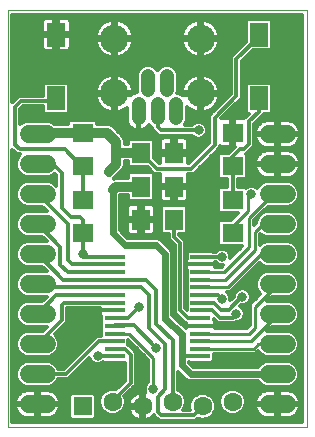
<source format=gtl>
G75*
%MOIN*%
%OFA0B0*%
%FSLAX24Y24*%
%IPPOS*%
%LPD*%
%AMOC8*
5,1,8,0,0,1.08239X$1,22.5*
%
%ADD10C,0.0000*%
%ADD11R,0.0650X0.0170*%
%ADD12R,0.0709X0.0630*%
%ADD13C,0.0476*%
%ADD14C,0.0945*%
%ADD15R,0.0630X0.0709*%
%ADD16R,0.0630X0.0630*%
%ADD17C,0.0630*%
%ADD18R,0.0630X0.0787*%
%ADD19C,0.0600*%
%ADD20C,0.0120*%
%ADD21C,0.0320*%
%ADD22C,0.0317*%
%ADD23C,0.0240*%
%ADD24C,0.0100*%
D10*
X000660Y000660D02*
X000660Y014530D01*
X010652Y014530D01*
X010652Y000660D01*
X000660Y000660D01*
D11*
X004230Y003000D03*
X004230Y003250D03*
X004230Y003510D03*
X004230Y003760D03*
X004230Y004020D03*
X004230Y004280D03*
X004230Y004530D03*
X004230Y004790D03*
X004230Y005040D03*
X004230Y005300D03*
X004230Y005560D03*
X004230Y005810D03*
X004230Y006070D03*
X004230Y006320D03*
X007090Y006320D03*
X007090Y006070D03*
X007090Y005810D03*
X007090Y005560D03*
X007090Y005300D03*
X007090Y005040D03*
X007090Y004790D03*
X007090Y004530D03*
X007090Y004280D03*
X007090Y004020D03*
X007090Y003760D03*
X007090Y003510D03*
X007090Y003250D03*
X007090Y003000D03*
D12*
X008160Y007109D03*
X008160Y008211D03*
X008160Y009359D03*
X008160Y010461D03*
X003160Y010461D03*
X003160Y009359D03*
X003160Y008211D03*
X003160Y007109D03*
D13*
X005030Y010934D02*
X005030Y011410D01*
X005345Y011882D02*
X005345Y012358D01*
X005975Y012358D02*
X005975Y011882D01*
X006290Y011410D02*
X006290Y010934D01*
X005660Y010934D02*
X005660Y011410D01*
D14*
X007097Y011764D03*
X007097Y013595D03*
X004223Y013595D03*
X004223Y011764D03*
D15*
X005109Y009785D03*
X005109Y008660D03*
X005109Y007560D03*
X006211Y007560D03*
X006211Y008660D03*
X006211Y009785D03*
D16*
X003160Y001330D03*
D17*
X004160Y001490D03*
X005160Y001330D03*
X006160Y001490D03*
X007160Y001330D03*
X008160Y001490D03*
D18*
X009035Y011597D03*
X009035Y013723D03*
X002285Y013723D03*
X002285Y011597D03*
D19*
X001960Y010410D02*
X001360Y010410D01*
X001360Y009410D02*
X001960Y009410D01*
X001960Y008410D02*
X001360Y008410D01*
X001360Y007410D02*
X001960Y007410D01*
X001960Y006410D02*
X001360Y006410D01*
X001360Y005410D02*
X001960Y005410D01*
X001960Y004410D02*
X001360Y004410D01*
X001360Y003410D02*
X001960Y003410D01*
X001960Y002410D02*
X001360Y002410D01*
X001360Y001410D02*
X001960Y001410D01*
X009360Y001410D02*
X009960Y001410D01*
X009960Y002410D02*
X009360Y002410D01*
X009360Y003410D02*
X009960Y003410D01*
X009960Y004410D02*
X009360Y004410D01*
X009360Y005410D02*
X009960Y005410D01*
X009960Y006410D02*
X009360Y006410D01*
X009360Y007410D02*
X009960Y007410D01*
X009960Y008410D02*
X009360Y008410D01*
X009360Y009410D02*
X009960Y009410D01*
X009960Y010410D02*
X009360Y010410D01*
D20*
X009620Y010377D02*
X008890Y010377D01*
X008901Y010370D02*
X008911Y010302D01*
X008934Y010233D01*
X008967Y010169D01*
X009009Y010110D01*
X009060Y010059D01*
X009119Y010017D01*
X009183Y009984D01*
X009252Y009961D01*
X009324Y009950D01*
X009620Y009950D01*
X009620Y010370D01*
X009700Y010370D01*
X009700Y010450D01*
X009620Y010450D01*
X009620Y010870D01*
X009324Y010870D01*
X009252Y010859D01*
X009183Y010836D01*
X009119Y010803D01*
X009060Y010761D01*
X009009Y010710D01*
X008967Y010651D01*
X008934Y010587D01*
X008911Y010518D01*
X008901Y010450D01*
X009620Y010450D01*
X009620Y010370D01*
X008901Y010370D01*
X008890Y010259D02*
X008926Y010259D01*
X008890Y010140D02*
X008988Y010140D01*
X008890Y010022D02*
X009112Y010022D01*
X009183Y009836D02*
X009119Y009803D01*
X009060Y009761D01*
X009009Y009710D01*
X008967Y009651D01*
X008934Y009587D01*
X008911Y009518D01*
X008901Y009450D01*
X009620Y009450D01*
X009620Y009870D01*
X009324Y009870D01*
X009252Y009859D01*
X009183Y009836D01*
X009093Y009785D02*
X008664Y009785D01*
X008619Y009739D02*
X008785Y009905D01*
X008890Y010010D01*
X008890Y010760D01*
X009110Y010980D01*
X009213Y011083D01*
X009400Y011083D01*
X009470Y011154D01*
X009470Y012040D01*
X009400Y012111D01*
X008670Y012111D01*
X008600Y012040D01*
X008600Y011154D01*
X008670Y011083D01*
X008704Y011083D01*
X008552Y010932D01*
X008535Y010936D01*
X008220Y010936D01*
X008220Y010521D01*
X008100Y010521D01*
X008100Y010936D01*
X007791Y010936D01*
X008360Y011505D01*
X008465Y011610D01*
X008465Y012835D01*
X008839Y013209D01*
X009400Y013209D01*
X009470Y013280D01*
X009470Y014166D01*
X009400Y014237D01*
X008670Y014237D01*
X008600Y014166D01*
X008600Y013480D01*
X008210Y013090D01*
X008105Y012985D01*
X008105Y011760D01*
X007380Y011035D01*
X007380Y010110D01*
X006710Y009440D01*
X006686Y009440D01*
X006686Y009725D01*
X006271Y009725D01*
X006271Y009845D01*
X006151Y009845D01*
X006151Y009725D01*
X005736Y009725D01*
X005736Y009440D01*
X005708Y009440D01*
X005544Y009605D01*
X005544Y010189D01*
X005473Y010259D01*
X004744Y010259D01*
X004674Y010189D01*
X004674Y010065D01*
X004565Y010065D01*
X004565Y010216D01*
X004522Y010319D01*
X004444Y010397D01*
X004142Y010699D01*
X004040Y010741D01*
X003634Y010741D01*
X003634Y010826D01*
X003564Y010896D01*
X002756Y010896D01*
X002686Y010826D01*
X002686Y010741D01*
X002223Y010741D01*
X002198Y010766D01*
X002044Y010830D01*
X001276Y010830D01*
X001122Y010766D01*
X001090Y010734D01*
X001090Y011235D01*
X001185Y011330D01*
X001850Y011330D01*
X001850Y011154D01*
X001920Y011083D01*
X002650Y011083D01*
X002720Y011154D01*
X002720Y012040D01*
X002650Y012111D01*
X001920Y012111D01*
X001850Y012040D01*
X001850Y011690D01*
X001035Y011690D01*
X000835Y011490D01*
X000820Y011475D01*
X000820Y014370D01*
X010492Y014370D01*
X010492Y000820D01*
X000820Y000820D01*
X000820Y009895D01*
X000880Y009835D01*
X000985Y009730D01*
X001086Y009730D01*
X001004Y009648D01*
X000940Y009494D01*
X000940Y009326D01*
X001004Y009172D01*
X001122Y009054D01*
X001276Y008990D01*
X002044Y008990D01*
X002198Y009054D01*
X002230Y009086D01*
X002280Y009035D01*
X002280Y008684D01*
X002198Y008766D01*
X002044Y008830D01*
X001276Y008830D01*
X001122Y008766D01*
X001004Y008648D01*
X000940Y008494D01*
X000940Y008326D01*
X001004Y008172D01*
X001122Y008054D01*
X001276Y007990D01*
X001825Y007990D01*
X001985Y007830D01*
X001276Y007830D01*
X001122Y007766D01*
X001004Y007648D01*
X000940Y007494D01*
X000940Y007326D01*
X001004Y007172D01*
X001122Y007054D01*
X001276Y006990D01*
X001825Y006990D01*
X001985Y006830D01*
X001276Y006830D01*
X001122Y006766D01*
X001004Y006648D01*
X000940Y006494D01*
X000940Y006326D01*
X001004Y006172D01*
X001122Y006054D01*
X001276Y005990D01*
X001825Y005990D01*
X001985Y005830D01*
X001276Y005830D01*
X001122Y005766D01*
X001004Y005648D01*
X000940Y005494D01*
X000940Y005326D01*
X001004Y005172D01*
X001122Y005054D01*
X001276Y004990D01*
X001985Y004990D01*
X001825Y004830D01*
X001276Y004830D01*
X001122Y004766D01*
X001004Y004648D01*
X000940Y004494D01*
X000940Y004326D01*
X001004Y004172D01*
X001122Y004054D01*
X001276Y003990D01*
X001985Y003990D01*
X001825Y003830D01*
X001276Y003830D01*
X001122Y003766D01*
X001004Y003648D01*
X000940Y003494D01*
X000940Y003326D01*
X001004Y003172D01*
X001122Y003054D01*
X001276Y002990D01*
X002044Y002990D01*
X002198Y003054D01*
X002316Y003172D01*
X002380Y003326D01*
X002380Y003494D01*
X002316Y003648D01*
X002234Y003730D01*
X002640Y004135D01*
X002640Y004610D01*
X003745Y004610D01*
X003745Y004530D01*
X004230Y004530D01*
X004230Y004530D01*
X003745Y004530D01*
X003745Y004424D01*
X003756Y004383D01*
X003777Y004347D01*
X003785Y004339D01*
X003785Y003690D01*
X003635Y003690D01*
X002535Y002590D01*
X002340Y002590D01*
X002316Y002648D01*
X002198Y002766D01*
X002044Y002830D01*
X001276Y002830D01*
X001122Y002766D01*
X001004Y002648D01*
X000940Y002494D01*
X000940Y002326D01*
X001004Y002172D01*
X001122Y002054D01*
X001276Y001990D01*
X002044Y001990D01*
X002198Y002054D01*
X002316Y002172D01*
X002340Y002230D01*
X002685Y002230D01*
X002790Y002335D01*
X003390Y002935D01*
X003424Y002852D01*
X003502Y002774D01*
X003605Y002732D01*
X003715Y002732D01*
X003818Y002774D01*
X003847Y002803D01*
X003855Y002795D01*
X004580Y002795D01*
X004580Y002195D01*
X004292Y001906D01*
X004247Y001925D01*
X004073Y001925D01*
X003914Y001859D01*
X003791Y001736D01*
X003725Y001577D01*
X003725Y001403D01*
X003791Y001244D01*
X003914Y001121D01*
X004073Y001055D01*
X004247Y001055D01*
X004406Y001121D01*
X004529Y001244D01*
X004595Y001403D01*
X004595Y001577D01*
X004559Y001664D01*
X004835Y001940D01*
X004940Y002045D01*
X004940Y003135D01*
X004740Y003335D01*
X004675Y003400D01*
X004675Y003555D01*
X005340Y002890D01*
X005340Y002134D01*
X005274Y002068D01*
X005232Y001965D01*
X005232Y001855D01*
X005256Y001796D01*
X005205Y001804D01*
X005205Y001375D01*
X005115Y001375D01*
X005115Y001804D01*
X005049Y001793D01*
X004978Y001770D01*
X004911Y001736D01*
X004851Y001692D01*
X004798Y001639D01*
X004754Y001579D01*
X004720Y001512D01*
X004697Y001441D01*
X004686Y001375D01*
X005115Y001375D01*
X005115Y001285D01*
X005205Y001285D01*
X005205Y000856D01*
X005271Y000867D01*
X005342Y000890D01*
X005409Y000924D01*
X005469Y000968D01*
X005522Y001021D01*
X005532Y001034D01*
X005585Y000980D01*
X005605Y000960D01*
X005710Y000855D01*
X006940Y000855D01*
X007007Y000923D01*
X007073Y000895D01*
X007247Y000895D01*
X007406Y000961D01*
X007529Y001084D01*
X007595Y001243D01*
X007595Y001417D01*
X007529Y001576D01*
X007406Y001699D01*
X007247Y001765D01*
X007073Y001765D01*
X006914Y001699D01*
X006791Y001576D01*
X006725Y001417D01*
X006725Y001243D01*
X006737Y001215D01*
X006500Y001215D01*
X006529Y001244D01*
X006595Y001403D01*
X006595Y001577D01*
X006529Y001736D01*
X006406Y001859D01*
X006340Y001886D01*
X006340Y002491D01*
X006624Y002207D01*
X006712Y002170D01*
X009006Y002170D01*
X009122Y002054D01*
X009276Y001990D01*
X010044Y001990D01*
X010198Y002054D01*
X010316Y002172D01*
X010380Y002326D01*
X010380Y002494D01*
X010316Y002648D01*
X010198Y002766D01*
X010044Y002830D01*
X009276Y002830D01*
X009122Y002766D01*
X009006Y002650D01*
X006859Y002650D01*
X006700Y002809D01*
X006700Y002810D01*
X006715Y002795D01*
X007465Y002795D01*
X007535Y002865D01*
X007535Y003090D01*
X008930Y003090D01*
X009008Y003168D01*
X009122Y003054D01*
X009276Y002990D01*
X010044Y002990D01*
X010198Y003054D01*
X010316Y003172D01*
X010380Y003326D01*
X010380Y003494D01*
X010316Y003648D01*
X010198Y003766D01*
X010044Y003830D01*
X009320Y003830D01*
X009480Y003990D01*
X010044Y003990D01*
X010198Y004054D01*
X010316Y004172D01*
X010380Y004326D01*
X010380Y004494D01*
X010316Y004648D01*
X010198Y004766D01*
X010044Y004830D01*
X009320Y004830D01*
X009480Y004990D01*
X010044Y004990D01*
X010198Y005054D01*
X010316Y005172D01*
X010380Y005326D01*
X010380Y005494D01*
X010316Y005648D01*
X010198Y005766D01*
X010044Y005830D01*
X009276Y005830D01*
X009122Y005766D01*
X009004Y005648D01*
X008940Y005494D01*
X008940Y005326D01*
X009004Y005172D01*
X009093Y005083D01*
X008840Y004830D01*
X008740Y004730D01*
X008740Y004030D01*
X008640Y003930D01*
X007575Y003930D01*
X007575Y004020D01*
X007575Y004126D01*
X007564Y004167D01*
X007543Y004203D01*
X007535Y004211D01*
X007535Y004230D01*
X007555Y004210D01*
X007660Y004105D01*
X008235Y004105D01*
X008261Y004132D01*
X008340Y004132D01*
X008443Y004174D01*
X008521Y004252D01*
X008563Y004355D01*
X008563Y004465D01*
X008521Y004568D01*
X008443Y004646D01*
X008395Y004666D01*
X008436Y004707D01*
X008540Y004707D01*
X008643Y004749D01*
X008721Y004827D01*
X008763Y004930D01*
X008763Y005040D01*
X008721Y005143D01*
X008643Y005221D01*
X008540Y005263D01*
X008430Y005263D01*
X008327Y005221D01*
X008249Y005143D01*
X008207Y005040D01*
X008207Y004986D01*
X008088Y004868D01*
X008088Y004965D01*
X008046Y005068D01*
X007974Y005140D01*
X008080Y005140D01*
X009058Y006118D01*
X009122Y006054D01*
X009276Y005990D01*
X010044Y005990D01*
X010198Y006054D01*
X010316Y006172D01*
X010380Y006326D01*
X010380Y006494D01*
X010316Y006648D01*
X010198Y006766D01*
X010044Y006830D01*
X009276Y006830D01*
X009122Y006766D01*
X009080Y006724D01*
X009080Y007090D01*
X009083Y007093D01*
X009122Y007054D01*
X009276Y006990D01*
X010044Y006990D01*
X010198Y007054D01*
X010316Y007172D01*
X010380Y007326D01*
X010380Y007494D01*
X010316Y007648D01*
X010198Y007766D01*
X010044Y007830D01*
X009276Y007830D01*
X009122Y007766D01*
X009004Y007648D01*
X008940Y007494D01*
X008940Y007430D01*
X008880Y007370D01*
X008880Y007540D01*
X009330Y007990D01*
X010044Y007990D01*
X010198Y008054D01*
X010316Y008172D01*
X010380Y008326D01*
X010380Y008494D01*
X010316Y008648D01*
X010198Y008766D01*
X010044Y008830D01*
X009276Y008830D01*
X009122Y008766D01*
X009004Y008648D01*
X008985Y008603D01*
X008943Y008646D01*
X008840Y008688D01*
X008730Y008688D01*
X008627Y008646D01*
X008596Y008614D01*
X008564Y008646D01*
X008340Y008646D01*
X008340Y008924D01*
X008564Y008924D01*
X008634Y008994D01*
X008634Y009723D01*
X008619Y009739D01*
X008634Y009666D02*
X008977Y009666D01*
X008921Y009548D02*
X008634Y009548D01*
X008634Y009429D02*
X009620Y009429D01*
X009620Y009450D02*
X009620Y009370D01*
X009700Y009370D01*
X009700Y009450D01*
X009620Y009450D01*
X009700Y009450D02*
X009700Y009870D01*
X009996Y009870D01*
X010068Y009859D01*
X010137Y009836D01*
X010201Y009803D01*
X010260Y009761D01*
X010311Y009710D01*
X010353Y009651D01*
X010386Y009587D01*
X010409Y009518D01*
X010419Y009450D01*
X009700Y009450D01*
X009700Y009429D02*
X010492Y009429D01*
X010419Y009370D02*
X009700Y009370D01*
X009700Y008950D01*
X009996Y008950D01*
X010068Y008961D01*
X010137Y008984D01*
X010201Y009017D01*
X010260Y009059D01*
X010311Y009110D01*
X010353Y009169D01*
X010386Y009233D01*
X010409Y009302D01*
X010419Y009370D01*
X010410Y009311D02*
X010492Y009311D01*
X010492Y009192D02*
X010365Y009192D01*
X010274Y009074D02*
X010492Y009074D01*
X010492Y008955D02*
X010028Y008955D01*
X010246Y008718D02*
X010492Y008718D01*
X010492Y008600D02*
X010336Y008600D01*
X010380Y008481D02*
X010492Y008481D01*
X010492Y008363D02*
X010380Y008363D01*
X010346Y008244D02*
X010492Y008244D01*
X010492Y008126D02*
X010269Y008126D01*
X010085Y008007D02*
X010492Y008007D01*
X010492Y007889D02*
X009229Y007889D01*
X009132Y007770D02*
X009110Y007770D01*
X009008Y007652D02*
X008992Y007652D01*
X008956Y007533D02*
X008880Y007533D01*
X008880Y007415D02*
X008924Y007415D01*
X009080Y007059D02*
X009117Y007059D01*
X009080Y006941D02*
X010492Y006941D01*
X010492Y007059D02*
X010203Y007059D01*
X010318Y007178D02*
X010492Y007178D01*
X010492Y007296D02*
X010367Y007296D01*
X010380Y007415D02*
X010492Y007415D01*
X010492Y007533D02*
X010364Y007533D01*
X010312Y007652D02*
X010492Y007652D01*
X010492Y007770D02*
X010188Y007770D01*
X010063Y006822D02*
X010492Y006822D01*
X010492Y006704D02*
X010260Y006704D01*
X010342Y006585D02*
X010492Y006585D01*
X010492Y006467D02*
X010380Y006467D01*
X010380Y006348D02*
X010492Y006348D01*
X010492Y006230D02*
X010340Y006230D01*
X010255Y006111D02*
X010492Y006111D01*
X010492Y005993D02*
X010050Y005993D01*
X010208Y005756D02*
X010492Y005756D01*
X010492Y005874D02*
X008814Y005874D01*
X008696Y005756D02*
X009112Y005756D01*
X008999Y005637D02*
X008577Y005637D01*
X008459Y005519D02*
X008950Y005519D01*
X008940Y005400D02*
X008340Y005400D01*
X008222Y005282D02*
X008959Y005282D01*
X009013Y005163D02*
X008701Y005163D01*
X008762Y005045D02*
X009054Y005045D01*
X008936Y004926D02*
X008762Y004926D01*
X008817Y004808D02*
X008701Y004808D01*
X008740Y004689D02*
X008419Y004689D01*
X008518Y004571D02*
X008740Y004571D01*
X008740Y004452D02*
X008563Y004452D01*
X008555Y004334D02*
X008740Y004334D01*
X008740Y004215D02*
X008484Y004215D01*
X008285Y004410D02*
X008160Y004285D01*
X007735Y004285D01*
X007485Y004535D01*
X007095Y004535D01*
X007090Y004530D01*
X007085Y004285D02*
X007090Y004280D01*
X007085Y004285D02*
X006660Y004285D01*
X006410Y004535D01*
X006410Y006785D01*
X006211Y006984D01*
X006211Y007560D01*
X005776Y007533D02*
X005169Y007533D01*
X005169Y007500D02*
X005169Y007620D01*
X005584Y007620D01*
X005584Y007935D01*
X005573Y007976D01*
X005552Y008013D01*
X005522Y008042D01*
X005486Y008063D01*
X005445Y008074D01*
X005169Y008074D01*
X005169Y007620D01*
X005049Y007620D01*
X005049Y008074D01*
X004773Y008074D01*
X004732Y008063D01*
X004696Y008042D01*
X004666Y008013D01*
X004645Y007976D01*
X004634Y007935D01*
X004634Y007620D01*
X005049Y007620D01*
X005049Y007500D01*
X005169Y007500D01*
X005584Y007500D01*
X005584Y007185D01*
X005573Y007144D01*
X005552Y007107D01*
X005522Y007078D01*
X005486Y007057D01*
X005445Y007046D01*
X005169Y007046D01*
X005169Y007500D01*
X005169Y007415D02*
X005049Y007415D01*
X005049Y007500D02*
X005049Y007046D01*
X004773Y007046D01*
X004732Y007057D01*
X004696Y007078D01*
X004666Y007107D01*
X004645Y007144D01*
X004634Y007185D01*
X004634Y007500D01*
X005049Y007500D01*
X005049Y007533D02*
X004400Y007533D01*
X004400Y007415D02*
X004634Y007415D01*
X004634Y007296D02*
X004400Y007296D01*
X004400Y007209D02*
X004400Y008379D01*
X004401Y008380D01*
X004674Y008380D01*
X004674Y008256D01*
X004744Y008186D01*
X005473Y008186D01*
X005544Y008256D01*
X005544Y009064D01*
X005473Y009134D01*
X004744Y009134D01*
X004674Y009064D01*
X004674Y008940D01*
X004229Y008940D01*
X004198Y008927D01*
X004522Y009251D01*
X004565Y009354D01*
X004565Y009505D01*
X004674Y009505D01*
X004674Y009381D01*
X004744Y009311D01*
X005329Y009311D01*
X005454Y009185D01*
X005559Y009080D01*
X005749Y009080D01*
X005747Y009076D01*
X005736Y009035D01*
X005736Y008720D01*
X006151Y008720D01*
X006151Y008600D01*
X005736Y008600D01*
X005736Y008285D01*
X005747Y008244D01*
X005532Y008244D01*
X005544Y008363D02*
X005736Y008363D01*
X005736Y008481D02*
X005544Y008481D01*
X005544Y008600D02*
X005736Y008600D01*
X005736Y008837D02*
X005544Y008837D01*
X005544Y008955D02*
X005736Y008955D01*
X005746Y009074D02*
X005534Y009074D01*
X005447Y009192D02*
X004463Y009192D01*
X004547Y009311D02*
X005329Y009311D01*
X005634Y009260D02*
X006785Y009260D01*
X007560Y010035D01*
X007560Y010960D01*
X008285Y011685D01*
X008285Y012910D01*
X009035Y013660D01*
X009035Y013723D01*
X009470Y013695D02*
X010492Y013695D01*
X010492Y013577D02*
X009470Y013577D01*
X009470Y013458D02*
X010492Y013458D01*
X010492Y013340D02*
X009470Y013340D01*
X009411Y013221D02*
X010492Y013221D01*
X010492Y013103D02*
X008732Y013103D01*
X008614Y012984D02*
X010492Y012984D01*
X010492Y012866D02*
X008495Y012866D01*
X008465Y012747D02*
X010492Y012747D01*
X010492Y012629D02*
X008465Y012629D01*
X008465Y012510D02*
X010492Y012510D01*
X010492Y012392D02*
X008465Y012392D01*
X008465Y012273D02*
X010492Y012273D01*
X010492Y012155D02*
X008465Y012155D01*
X008465Y012036D02*
X008600Y012036D01*
X008600Y011918D02*
X008465Y011918D01*
X008465Y011799D02*
X008600Y011799D01*
X008600Y011681D02*
X008465Y011681D01*
X008417Y011562D02*
X008600Y011562D01*
X008600Y011444D02*
X008298Y011444D01*
X008180Y011325D02*
X008600Y011325D01*
X008600Y011207D02*
X008061Y011207D01*
X007943Y011088D02*
X008666Y011088D01*
X008590Y010970D02*
X007824Y010970D01*
X008100Y010851D02*
X008220Y010851D01*
X008220Y010733D02*
X008100Y010733D01*
X008100Y010614D02*
X008220Y010614D01*
X008220Y010401D02*
X008100Y010401D01*
X008100Y009986D01*
X007785Y009986D01*
X007744Y009997D01*
X007740Y009999D01*
X007740Y009960D01*
X007635Y009855D01*
X006860Y009080D01*
X006673Y009080D01*
X006675Y009076D01*
X006686Y009035D01*
X006686Y008720D01*
X006271Y008720D01*
X006271Y008600D01*
X006271Y008146D01*
X006547Y008146D01*
X006588Y008157D01*
X006624Y008178D01*
X006654Y008207D01*
X006675Y008244D01*
X006686Y008285D01*
X006686Y008600D01*
X006271Y008600D01*
X006151Y008600D01*
X006151Y008146D01*
X005875Y008146D01*
X005834Y008157D01*
X005798Y008178D01*
X005768Y008207D01*
X005747Y008244D01*
X005847Y008034D02*
X005776Y007964D01*
X005776Y007156D01*
X005847Y007086D01*
X006031Y007086D01*
X006031Y006909D01*
X006230Y006710D01*
X006230Y004460D01*
X006335Y004355D01*
X006585Y004105D01*
X006605Y004105D01*
X006605Y004020D01*
X007090Y004020D01*
X007575Y004020D01*
X007090Y004020D01*
X007090Y004020D01*
X007090Y004020D01*
X006605Y004020D01*
X006605Y003954D01*
X006596Y003963D01*
X006590Y003966D01*
X006150Y004366D01*
X006150Y006458D01*
X006113Y006546D01*
X005813Y006846D01*
X005746Y006913D01*
X005658Y006950D01*
X004659Y006950D01*
X004400Y007209D01*
X004432Y007178D02*
X004636Y007178D01*
X004550Y007059D02*
X004728Y007059D01*
X005049Y007059D02*
X005169Y007059D01*
X005169Y007178D02*
X005049Y007178D01*
X005049Y007296D02*
X005169Y007296D01*
X005169Y007652D02*
X005049Y007652D01*
X005049Y007770D02*
X005169Y007770D01*
X005169Y007889D02*
X005049Y007889D01*
X005049Y008007D02*
X005169Y008007D01*
X005555Y008007D02*
X005819Y008007D01*
X005847Y008034D02*
X006576Y008034D01*
X006646Y007964D01*
X006646Y007156D01*
X006576Y007086D01*
X006391Y007086D01*
X006391Y007058D01*
X006590Y006860D01*
X006590Y004610D01*
X006645Y004555D01*
X006645Y005879D01*
X006637Y005887D01*
X006616Y005923D01*
X006605Y005964D01*
X006605Y006070D01*
X007090Y006070D01*
X007575Y006070D01*
X007575Y006130D01*
X007596Y006130D01*
X007652Y006074D01*
X007755Y006032D01*
X007841Y006032D01*
X007790Y005980D01*
X007575Y005980D01*
X007575Y006070D01*
X007090Y006070D01*
X007090Y006070D01*
X007090Y006070D01*
X006605Y006070D01*
X006605Y006176D01*
X006616Y006217D01*
X006637Y006253D01*
X006645Y006261D01*
X006645Y006455D01*
X006715Y006525D01*
X007465Y006525D01*
X007500Y006490D01*
X007596Y006490D01*
X007652Y006546D01*
X007755Y006588D01*
X007865Y006588D01*
X007968Y006546D01*
X008046Y006468D01*
X008088Y006365D01*
X008088Y006279D01*
X008483Y006674D01*
X007756Y006674D01*
X007686Y006744D01*
X007686Y007473D01*
X007756Y007544D01*
X008103Y007544D01*
X008336Y007776D01*
X007756Y007776D01*
X007686Y007847D01*
X007686Y008576D01*
X007756Y008646D01*
X007980Y008646D01*
X007980Y008924D01*
X007756Y008924D01*
X007686Y008994D01*
X007686Y009723D01*
X007756Y009794D01*
X008039Y009794D01*
X008230Y009985D01*
X008232Y009986D01*
X008220Y009986D01*
X008220Y010401D01*
X008220Y010377D02*
X008100Y010377D01*
X008100Y010259D02*
X008220Y010259D01*
X008220Y010140D02*
X008100Y010140D01*
X008100Y010022D02*
X008220Y010022D01*
X008148Y009903D02*
X007683Y009903D01*
X007747Y009785D02*
X007564Y009785D01*
X007446Y009666D02*
X007686Y009666D01*
X007686Y009548D02*
X007327Y009548D01*
X007209Y009429D02*
X007686Y009429D01*
X007686Y009311D02*
X007090Y009311D01*
X006972Y009192D02*
X007686Y009192D01*
X007686Y009074D02*
X006676Y009074D01*
X006686Y008955D02*
X007725Y008955D01*
X007980Y008837D02*
X006686Y008837D01*
X006686Y008600D02*
X007709Y008600D01*
X007686Y008481D02*
X006686Y008481D01*
X006686Y008363D02*
X007686Y008363D01*
X007686Y008244D02*
X006675Y008244D01*
X006603Y008007D02*
X007686Y008007D01*
X007686Y007889D02*
X006646Y007889D01*
X006646Y007770D02*
X008330Y007770D01*
X008211Y007652D02*
X006646Y007652D01*
X006646Y007533D02*
X007745Y007533D01*
X007686Y007415D02*
X006646Y007415D01*
X006646Y007296D02*
X007686Y007296D01*
X007686Y007178D02*
X006646Y007178D01*
X006509Y006941D02*
X007686Y006941D01*
X007686Y007059D02*
X006391Y007059D01*
X006590Y006822D02*
X007686Y006822D01*
X007726Y006704D02*
X006590Y006704D01*
X006590Y006585D02*
X007746Y006585D01*
X007874Y006585D02*
X008395Y006585D01*
X008276Y006467D02*
X008047Y006467D01*
X008088Y006348D02*
X008158Y006348D01*
X007810Y006310D02*
X007100Y006310D01*
X007090Y006320D01*
X006645Y006348D02*
X006590Y006348D01*
X006590Y006230D02*
X006623Y006230D01*
X006605Y006111D02*
X006590Y006111D01*
X006590Y005993D02*
X006605Y005993D01*
X006590Y005874D02*
X006645Y005874D01*
X006645Y005756D02*
X006590Y005756D01*
X006590Y005637D02*
X006645Y005637D01*
X006645Y005519D02*
X006590Y005519D01*
X006590Y005400D02*
X006645Y005400D01*
X006645Y005282D02*
X006590Y005282D01*
X006590Y005163D02*
X006645Y005163D01*
X006645Y005045D02*
X006590Y005045D01*
X006590Y004926D02*
X006645Y004926D01*
X006645Y004808D02*
X006590Y004808D01*
X006590Y004689D02*
X006645Y004689D01*
X006645Y004571D02*
X006629Y004571D01*
X006357Y004334D02*
X006186Y004334D01*
X006150Y004452D02*
X006238Y004452D01*
X006230Y004571D02*
X006150Y004571D01*
X006150Y004689D02*
X006230Y004689D01*
X006230Y004808D02*
X006150Y004808D01*
X006150Y004926D02*
X006230Y004926D01*
X006230Y005045D02*
X006150Y005045D01*
X006150Y005163D02*
X006230Y005163D01*
X006230Y005282D02*
X006150Y005282D01*
X006150Y005400D02*
X006230Y005400D01*
X006230Y005519D02*
X006150Y005519D01*
X006150Y005637D02*
X006230Y005637D01*
X006230Y005756D02*
X006150Y005756D01*
X006150Y005874D02*
X006230Y005874D01*
X006230Y005993D02*
X006150Y005993D01*
X006150Y006111D02*
X006230Y006111D01*
X006230Y006230D02*
X006150Y006230D01*
X006150Y006348D02*
X006230Y006348D01*
X006230Y006467D02*
X006146Y006467D01*
X006074Y006585D02*
X006230Y006585D01*
X006230Y006704D02*
X005956Y006704D01*
X005837Y006822D02*
X006118Y006822D01*
X006031Y006941D02*
X005681Y006941D01*
X005776Y007178D02*
X005582Y007178D01*
X005584Y007296D02*
X005776Y007296D01*
X005776Y007415D02*
X005584Y007415D01*
X005584Y007652D02*
X005776Y007652D01*
X005776Y007770D02*
X005584Y007770D01*
X005584Y007889D02*
X005776Y007889D01*
X006151Y008244D02*
X006271Y008244D01*
X006271Y008363D02*
X006151Y008363D01*
X006151Y008481D02*
X006271Y008481D01*
X006271Y008600D02*
X006151Y008600D01*
X006151Y008718D02*
X005544Y008718D01*
X005634Y009260D02*
X005109Y009785D01*
X005544Y009785D02*
X006151Y009785D01*
X006151Y009845D02*
X005736Y009845D01*
X005736Y010160D01*
X005747Y010201D01*
X005768Y010238D01*
X005798Y010267D01*
X005834Y010288D01*
X005875Y010299D01*
X006151Y010299D01*
X006151Y009845D01*
X006151Y009903D02*
X006271Y009903D01*
X006271Y009845D02*
X006271Y010299D01*
X006547Y010299D01*
X006588Y010288D01*
X006624Y010267D01*
X006654Y010238D01*
X006675Y010201D01*
X006686Y010160D01*
X006686Y009845D01*
X006271Y009845D01*
X006271Y009785D02*
X007055Y009785D01*
X007173Y009903D02*
X006686Y009903D01*
X006686Y010022D02*
X007292Y010022D01*
X007380Y010140D02*
X006686Y010140D01*
X006633Y010259D02*
X006975Y010259D01*
X006980Y010257D02*
X007090Y010257D01*
X007193Y010299D01*
X007271Y010377D01*
X007380Y010377D01*
X007271Y010377D02*
X007313Y010480D01*
X007313Y010590D01*
X007271Y010693D01*
X007193Y010771D01*
X007090Y010813D01*
X006980Y010813D01*
X006877Y010771D01*
X006821Y010715D01*
X006577Y010715D01*
X006593Y010732D01*
X006648Y010863D01*
X006648Y011319D01*
X006685Y011282D01*
X006766Y011223D01*
X006854Y011178D01*
X006949Y011147D01*
X007037Y011134D01*
X007037Y011704D01*
X007157Y011704D01*
X007157Y011134D01*
X007245Y011147D01*
X007340Y011178D01*
X007428Y011223D01*
X007509Y011282D01*
X007579Y011352D01*
X007638Y011433D01*
X007683Y011522D01*
X007714Y011616D01*
X007728Y011704D01*
X007157Y011704D01*
X007157Y011824D01*
X007728Y011824D01*
X007714Y011912D01*
X007683Y012007D01*
X007638Y012096D01*
X007579Y012176D01*
X007509Y012247D01*
X007428Y012305D01*
X007340Y012350D01*
X007245Y012381D01*
X007157Y012395D01*
X007157Y011824D01*
X007037Y011824D01*
X007037Y011704D01*
X006502Y011704D01*
X006493Y011713D01*
X006361Y011768D01*
X006315Y011768D01*
X006333Y011811D01*
X006333Y012429D01*
X006278Y012561D01*
X006178Y012661D01*
X006046Y012716D01*
X005904Y012716D01*
X005772Y012661D01*
X005672Y012561D01*
X005660Y012533D01*
X005648Y012561D01*
X005548Y012661D01*
X005416Y012716D01*
X005274Y012716D01*
X005142Y012661D01*
X005042Y012561D01*
X004987Y012429D01*
X004987Y011811D01*
X004989Y011807D01*
X004914Y011793D01*
X004842Y011763D01*
X004776Y011719D01*
X004762Y011704D01*
X004283Y011704D01*
X004283Y011134D01*
X004371Y011147D01*
X004466Y011178D01*
X004554Y011223D01*
X004632Y011280D01*
X004632Y010895D01*
X004648Y010818D01*
X004678Y010746D01*
X004721Y010681D01*
X004776Y010625D01*
X004842Y010582D01*
X004914Y010552D01*
X004991Y010537D01*
X005021Y010537D01*
X005021Y011401D01*
X005039Y011401D01*
X005039Y010537D01*
X005069Y010537D01*
X005146Y010552D01*
X005219Y010582D01*
X005284Y010625D01*
X005339Y010681D01*
X005367Y010722D01*
X005457Y010631D01*
X005480Y010622D01*
X005480Y010585D01*
X005605Y010460D01*
X005710Y010355D01*
X006821Y010355D01*
X006877Y010299D01*
X006980Y010257D01*
X007095Y010259D02*
X007380Y010259D01*
X007380Y010496D02*
X007313Y010496D01*
X007304Y010614D02*
X007380Y010614D01*
X007380Y010733D02*
X007231Y010733D01*
X007380Y010851D02*
X006643Y010851D01*
X006648Y010970D02*
X007380Y010970D01*
X007433Y011088D02*
X006648Y011088D01*
X006648Y011207D02*
X006799Y011207D01*
X007037Y011207D02*
X007157Y011207D01*
X007157Y011325D02*
X007037Y011325D01*
X007037Y011444D02*
X007157Y011444D01*
X007157Y011562D02*
X007037Y011562D01*
X007037Y011681D02*
X007157Y011681D01*
X007157Y011799D02*
X008105Y011799D01*
X008105Y011918D02*
X007712Y011918D01*
X007668Y012036D02*
X008105Y012036D01*
X008105Y012155D02*
X007595Y012155D01*
X007473Y012273D02*
X008105Y012273D01*
X008105Y012392D02*
X007180Y012392D01*
X007157Y012392D02*
X007037Y012392D01*
X007037Y012395D02*
X006949Y012381D01*
X006854Y012350D01*
X006766Y012305D01*
X006685Y012247D01*
X006615Y012176D01*
X006556Y012096D01*
X006511Y012007D01*
X006480Y011912D01*
X006466Y011824D01*
X007037Y011824D01*
X007037Y012395D01*
X007014Y012392D02*
X006333Y012392D01*
X006333Y012273D02*
X006721Y012273D01*
X006599Y012155D02*
X006333Y012155D01*
X006333Y012036D02*
X006526Y012036D01*
X006482Y011918D02*
X006333Y011918D01*
X006328Y011799D02*
X007037Y011799D01*
X007037Y011918D02*
X007157Y011918D01*
X007157Y012036D02*
X007037Y012036D01*
X007037Y012155D02*
X007157Y012155D01*
X007157Y012273D02*
X007037Y012273D01*
X007037Y012964D02*
X006949Y012978D01*
X006854Y013009D01*
X006766Y013054D01*
X006685Y013113D01*
X006615Y013183D01*
X006556Y013264D01*
X006511Y013352D01*
X006480Y013447D01*
X006466Y013535D01*
X007037Y013535D01*
X007157Y013535D01*
X007157Y012964D01*
X007245Y012978D01*
X007340Y013009D01*
X007428Y013054D01*
X007509Y013113D01*
X007579Y013183D01*
X007638Y013264D01*
X007683Y013352D01*
X007714Y013447D01*
X007728Y013535D01*
X007157Y013535D01*
X007157Y013655D01*
X007728Y013655D01*
X007714Y013743D01*
X007683Y013838D01*
X007638Y013927D01*
X007579Y014007D01*
X007509Y014077D01*
X007428Y014136D01*
X007340Y014181D01*
X007245Y014212D01*
X007157Y014226D01*
X007157Y013655D01*
X007037Y013655D01*
X007037Y013535D01*
X007037Y012964D01*
X007037Y012984D02*
X007157Y012984D01*
X007263Y012984D02*
X008105Y012984D01*
X008105Y012866D02*
X000820Y012866D01*
X000820Y012984D02*
X004057Y012984D01*
X004075Y012978D02*
X004163Y012964D01*
X004163Y013535D01*
X004283Y013535D01*
X004283Y012964D01*
X004371Y012978D01*
X004466Y013009D01*
X004554Y013054D01*
X004635Y013113D01*
X004705Y013183D01*
X004764Y013264D01*
X004809Y013352D01*
X004840Y013447D01*
X004854Y013535D01*
X004283Y013535D01*
X004283Y013655D01*
X004854Y013655D01*
X004840Y013743D01*
X004809Y013838D01*
X004764Y013927D01*
X004705Y014007D01*
X004635Y014077D01*
X004554Y014136D01*
X004466Y014181D01*
X004371Y014212D01*
X004283Y014226D01*
X004283Y013655D01*
X004163Y013655D01*
X004163Y013535D01*
X003592Y013535D01*
X003606Y013447D01*
X003637Y013352D01*
X003682Y013264D01*
X003741Y013183D01*
X003811Y013113D01*
X003892Y013054D01*
X003980Y013009D01*
X004075Y012978D01*
X004163Y012984D02*
X004283Y012984D01*
X004389Y012984D02*
X006931Y012984D01*
X007037Y013103D02*
X007157Y013103D01*
X007157Y013221D02*
X007037Y013221D01*
X007037Y013340D02*
X007157Y013340D01*
X007157Y013458D02*
X007037Y013458D01*
X007037Y013577D02*
X004283Y013577D01*
X004283Y013695D02*
X004163Y013695D01*
X004163Y013655D02*
X004163Y014226D01*
X004075Y014212D01*
X003980Y014181D01*
X003892Y014136D01*
X003811Y014077D01*
X003741Y014007D01*
X003682Y013927D01*
X003637Y013838D01*
X003606Y013743D01*
X003592Y013655D01*
X004163Y013655D01*
X004163Y013577D02*
X002760Y013577D01*
X002760Y013663D02*
X002760Y013308D01*
X002749Y013268D01*
X002728Y013231D01*
X002698Y013201D01*
X002662Y013180D01*
X002621Y013169D01*
X002345Y013169D01*
X002345Y013663D01*
X002345Y013783D01*
X002225Y013783D01*
X002225Y014277D01*
X001949Y014277D01*
X001908Y014266D01*
X001872Y014245D01*
X001842Y014215D01*
X001821Y014178D01*
X001810Y014138D01*
X001810Y013783D01*
X002225Y013783D01*
X002225Y013663D01*
X001810Y013663D01*
X001810Y013308D01*
X001821Y013268D01*
X001842Y013231D01*
X001872Y013201D01*
X001908Y013180D01*
X001949Y013169D01*
X002225Y013169D01*
X002225Y013663D01*
X002345Y013663D01*
X002760Y013663D01*
X002760Y013783D02*
X002760Y014138D01*
X002749Y014178D01*
X002728Y014215D01*
X002698Y014245D01*
X002662Y014266D01*
X002621Y014277D01*
X002345Y014277D01*
X002345Y013783D01*
X002760Y013783D01*
X002760Y013814D02*
X003629Y013814D01*
X003599Y013695D02*
X002345Y013695D01*
X002345Y013577D02*
X002225Y013577D01*
X002225Y013695D02*
X000820Y013695D01*
X000820Y013577D02*
X001810Y013577D01*
X001810Y013458D02*
X000820Y013458D01*
X000820Y013340D02*
X001810Y013340D01*
X001852Y013221D02*
X000820Y013221D01*
X000820Y013103D02*
X003825Y013103D01*
X003713Y013221D02*
X002718Y013221D01*
X002760Y013340D02*
X003643Y013340D01*
X003604Y013458D02*
X002760Y013458D01*
X002760Y013932D02*
X003686Y013932D01*
X003784Y014051D02*
X002760Y014051D01*
X002752Y014169D02*
X003956Y014169D01*
X004163Y014169D02*
X004283Y014169D01*
X004283Y014051D02*
X004163Y014051D01*
X004163Y013932D02*
X004283Y013932D01*
X004283Y013814D02*
X004163Y013814D01*
X004163Y013458D02*
X004283Y013458D01*
X004283Y013340D02*
X004163Y013340D01*
X004163Y013221D02*
X004283Y013221D01*
X004283Y013103D02*
X004163Y013103D01*
X004621Y013103D02*
X006699Y013103D01*
X006587Y013221D02*
X004733Y013221D01*
X004803Y013340D02*
X006517Y013340D01*
X006478Y013458D02*
X004842Y013458D01*
X004847Y013695D02*
X006473Y013695D01*
X006466Y013655D02*
X007037Y013655D01*
X007037Y014226D01*
X006949Y014212D01*
X006854Y014181D01*
X006766Y014136D01*
X006685Y014077D01*
X006615Y014007D01*
X006556Y013927D01*
X006511Y013838D01*
X006480Y013743D01*
X006466Y013655D01*
X006503Y013814D02*
X004817Y013814D01*
X004760Y013932D02*
X006560Y013932D01*
X006658Y014051D02*
X004662Y014051D01*
X004490Y014169D02*
X006830Y014169D01*
X007037Y014169D02*
X007157Y014169D01*
X007157Y014051D02*
X007037Y014051D01*
X007037Y013932D02*
X007157Y013932D01*
X007157Y013814D02*
X007037Y013814D01*
X007037Y013695D02*
X007157Y013695D01*
X007157Y013577D02*
X008600Y013577D01*
X008600Y013695D02*
X007721Y013695D01*
X007691Y013814D02*
X008600Y013814D01*
X008600Y013932D02*
X007634Y013932D01*
X007536Y014051D02*
X008600Y014051D01*
X008603Y014169D02*
X007364Y014169D01*
X007716Y013458D02*
X008578Y013458D01*
X008460Y013340D02*
X007677Y013340D01*
X007607Y013221D02*
X008341Y013221D01*
X008223Y013103D02*
X007495Y013103D01*
X008105Y012747D02*
X000820Y012747D01*
X000820Y012629D02*
X005110Y012629D01*
X005021Y012510D02*
X000820Y012510D01*
X000820Y012392D02*
X004140Y012392D01*
X004163Y012392D02*
X004283Y012392D01*
X004283Y012395D02*
X004283Y011824D01*
X004854Y011824D01*
X004840Y011912D01*
X004809Y012007D01*
X004764Y012096D01*
X004705Y012176D01*
X004635Y012247D01*
X004554Y012305D01*
X004466Y012350D01*
X004371Y012381D01*
X004283Y012395D01*
X004306Y012392D02*
X004987Y012392D01*
X004987Y012273D02*
X004599Y012273D01*
X004721Y012155D02*
X004987Y012155D01*
X004987Y012036D02*
X004794Y012036D01*
X004838Y011918D02*
X004987Y011918D01*
X004947Y011799D02*
X004283Y011799D01*
X004283Y011824D02*
X004283Y011704D01*
X004163Y011704D01*
X004163Y011134D01*
X004075Y011147D01*
X003980Y011178D01*
X003892Y011223D01*
X003811Y011282D01*
X003741Y011352D01*
X003682Y011433D01*
X003637Y011522D01*
X003606Y011616D01*
X003592Y011704D01*
X004163Y011704D01*
X004163Y011824D01*
X003592Y011824D01*
X003606Y011912D01*
X003637Y012007D01*
X003682Y012096D01*
X003741Y012176D01*
X003811Y012247D01*
X003892Y012305D01*
X003980Y012350D01*
X004075Y012381D01*
X004163Y012395D01*
X004163Y011824D01*
X004283Y011824D01*
X004283Y011918D02*
X004163Y011918D01*
X004163Y012036D02*
X004283Y012036D01*
X004283Y012155D02*
X004163Y012155D01*
X004163Y012273D02*
X004283Y012273D01*
X004163Y011799D02*
X002720Y011799D01*
X002720Y011681D02*
X003596Y011681D01*
X003624Y011562D02*
X002720Y011562D01*
X002720Y011444D02*
X003677Y011444D01*
X003768Y011325D02*
X002720Y011325D01*
X002720Y011207D02*
X003925Y011207D01*
X004163Y011207D02*
X004283Y011207D01*
X004283Y011325D02*
X004163Y011325D01*
X004163Y011444D02*
X004283Y011444D01*
X004283Y011562D02*
X004163Y011562D01*
X004163Y011681D02*
X004283Y011681D01*
X004521Y011207D02*
X004632Y011207D01*
X004632Y011088D02*
X002654Y011088D01*
X002711Y010851D02*
X001090Y010851D01*
X001090Y010970D02*
X004632Y010970D01*
X004641Y010851D02*
X003609Y010851D01*
X004060Y010733D02*
X004687Y010733D01*
X004794Y010614D02*
X004227Y010614D01*
X004345Y010496D02*
X005570Y010496D01*
X005480Y010614D02*
X005267Y010614D01*
X005039Y010614D02*
X005021Y010614D01*
X005021Y010733D02*
X005039Y010733D01*
X005039Y010851D02*
X005021Y010851D01*
X005021Y010970D02*
X005039Y010970D01*
X005039Y011088D02*
X005021Y011088D01*
X005021Y011207D02*
X005039Y011207D01*
X005039Y011325D02*
X005021Y011325D01*
X005660Y011410D02*
X005660Y010660D01*
X005785Y010535D01*
X007035Y010535D01*
X006839Y010733D02*
X006594Y010733D01*
X006271Y010259D02*
X006151Y010259D01*
X006151Y010140D02*
X006271Y010140D01*
X006271Y010022D02*
X006151Y010022D01*
X005789Y010259D02*
X005474Y010259D01*
X005544Y010140D02*
X005736Y010140D01*
X005736Y010022D02*
X005544Y010022D01*
X005544Y009903D02*
X005736Y009903D01*
X005736Y009666D02*
X005544Y009666D01*
X005601Y009548D02*
X005736Y009548D01*
X005688Y010377D02*
X004464Y010377D01*
X004547Y010259D02*
X004743Y010259D01*
X004674Y010140D02*
X004565Y010140D01*
X004565Y009429D02*
X004674Y009429D01*
X004683Y009074D02*
X004344Y009074D01*
X004226Y008955D02*
X004674Y008955D01*
X004674Y008363D02*
X004400Y008363D01*
X004400Y008244D02*
X004686Y008244D01*
X004663Y008007D02*
X004400Y008007D01*
X004400Y007889D02*
X004634Y007889D01*
X004634Y007770D02*
X004400Y007770D01*
X004400Y007652D02*
X004634Y007652D01*
X004400Y008126D02*
X007686Y008126D01*
X007980Y008718D02*
X006271Y008718D01*
X006686Y009548D02*
X006818Y009548D01*
X006936Y009666D02*
X006686Y009666D01*
X007910Y009410D02*
X008410Y009910D01*
X008535Y009910D01*
X008710Y010085D01*
X008710Y010835D01*
X009035Y011160D01*
X009035Y011597D01*
X009470Y011562D02*
X010492Y011562D01*
X010492Y011444D02*
X009470Y011444D01*
X009470Y011325D02*
X010492Y011325D01*
X010492Y011207D02*
X009470Y011207D01*
X009404Y011088D02*
X010492Y011088D01*
X010492Y010970D02*
X009099Y010970D01*
X008981Y010851D02*
X009229Y010851D01*
X009032Y010733D02*
X008890Y010733D01*
X008890Y010614D02*
X008948Y010614D01*
X008908Y010496D02*
X008890Y010496D01*
X008783Y009903D02*
X010492Y009903D01*
X010492Y009785D02*
X010227Y009785D01*
X010343Y009666D02*
X010492Y009666D01*
X010492Y009548D02*
X010399Y009548D01*
X010492Y010022D02*
X010208Y010022D01*
X010201Y010017D02*
X010260Y010059D01*
X010311Y010110D01*
X010353Y010169D01*
X010386Y010233D01*
X010409Y010302D01*
X010419Y010370D01*
X009700Y010370D01*
X009700Y009950D01*
X009996Y009950D01*
X010068Y009961D01*
X010137Y009984D01*
X010201Y010017D01*
X010332Y010140D02*
X010492Y010140D01*
X010492Y010259D02*
X010394Y010259D01*
X010492Y010377D02*
X009700Y010377D01*
X009700Y010450D02*
X010419Y010450D01*
X010409Y010518D01*
X010386Y010587D01*
X010353Y010651D01*
X010311Y010710D01*
X010260Y010761D01*
X010201Y010803D01*
X010137Y010836D01*
X010068Y010859D01*
X009996Y010870D01*
X009700Y010870D01*
X009700Y010450D01*
X009700Y010496D02*
X009620Y010496D01*
X009620Y010614D02*
X009700Y010614D01*
X009700Y010733D02*
X009620Y010733D01*
X009620Y010851D02*
X009700Y010851D01*
X010091Y010851D02*
X010492Y010851D01*
X010492Y010733D02*
X010288Y010733D01*
X010372Y010614D02*
X010492Y010614D01*
X010492Y010496D02*
X010412Y010496D01*
X009700Y010259D02*
X009620Y010259D01*
X009620Y010140D02*
X009700Y010140D01*
X009700Y010022D02*
X009620Y010022D01*
X009620Y009785D02*
X009700Y009785D01*
X009700Y009666D02*
X009620Y009666D01*
X009620Y009548D02*
X009700Y009548D01*
X009620Y009370D02*
X008901Y009370D01*
X008911Y009302D01*
X008934Y009233D01*
X008967Y009169D01*
X009009Y009110D01*
X009060Y009059D01*
X009119Y009017D01*
X009183Y008984D01*
X009252Y008961D01*
X009324Y008950D01*
X009620Y008950D01*
X009620Y009370D01*
X009620Y009311D02*
X009700Y009311D01*
X009700Y009192D02*
X009620Y009192D01*
X009620Y009074D02*
X009700Y009074D01*
X009700Y008955D02*
X009620Y008955D01*
X009292Y008955D02*
X008595Y008955D01*
X008634Y009074D02*
X009046Y009074D01*
X008955Y009192D02*
X008634Y009192D01*
X008634Y009311D02*
X008910Y009311D01*
X009074Y008718D02*
X008340Y008718D01*
X008340Y008837D02*
X010492Y008837D01*
X009257Y006822D02*
X009080Y006822D01*
X009051Y006111D02*
X009065Y006111D01*
X008933Y005993D02*
X009270Y005993D01*
X009416Y004926D02*
X010492Y004926D01*
X010492Y004808D02*
X010098Y004808D01*
X010275Y004689D02*
X010492Y004689D01*
X010492Y004571D02*
X010348Y004571D01*
X010380Y004452D02*
X010492Y004452D01*
X010492Y004334D02*
X010380Y004334D01*
X010334Y004215D02*
X010492Y004215D01*
X010492Y004097D02*
X010240Y004097D01*
X010492Y003978D02*
X009468Y003978D01*
X009350Y003860D02*
X010492Y003860D01*
X010492Y003741D02*
X010223Y003741D01*
X010327Y003623D02*
X010492Y003623D01*
X010492Y003504D02*
X010376Y003504D01*
X010380Y003386D02*
X010492Y003386D01*
X010492Y003267D02*
X010355Y003267D01*
X010292Y003149D02*
X010492Y003149D01*
X010492Y003030D02*
X010140Y003030D01*
X010133Y002793D02*
X010492Y002793D01*
X010492Y002675D02*
X010289Y002675D01*
X010354Y002556D02*
X010492Y002556D01*
X010492Y002438D02*
X010380Y002438D01*
X010377Y002319D02*
X010492Y002319D01*
X010492Y002201D02*
X010328Y002201D01*
X010226Y002082D02*
X010492Y002082D01*
X010492Y001964D02*
X006340Y001964D01*
X006340Y002082D02*
X009094Y002082D01*
X009183Y001836D02*
X009252Y001859D01*
X009324Y001870D01*
X009620Y001870D01*
X009620Y001450D01*
X009700Y001450D01*
X009700Y001870D01*
X009996Y001870D01*
X010068Y001859D01*
X010137Y001836D01*
X010201Y001803D01*
X010260Y001761D01*
X010311Y001710D01*
X010353Y001651D01*
X010386Y001587D01*
X010409Y001518D01*
X010419Y001450D01*
X009700Y001450D01*
X009700Y001370D01*
X010419Y001370D01*
X010409Y001302D01*
X010386Y001233D01*
X010353Y001169D01*
X010311Y001110D01*
X010260Y001059D01*
X010201Y001017D01*
X010137Y000984D01*
X010068Y000961D01*
X009996Y000950D01*
X009700Y000950D01*
X009700Y001370D01*
X009620Y001370D01*
X009620Y000950D01*
X009324Y000950D01*
X009252Y000961D01*
X009183Y000984D01*
X009119Y001017D01*
X009060Y001059D01*
X009009Y001110D01*
X008967Y001169D01*
X008934Y001233D01*
X008911Y001302D01*
X008901Y001370D01*
X009620Y001370D01*
X009620Y001450D01*
X008901Y001450D01*
X008911Y001518D01*
X008934Y001587D01*
X008967Y001651D01*
X009009Y001710D01*
X009060Y001761D01*
X009119Y001803D01*
X009183Y001836D01*
X009210Y001845D02*
X008420Y001845D01*
X008406Y001859D02*
X008247Y001925D01*
X008073Y001925D01*
X007914Y001859D01*
X007791Y001736D01*
X007725Y001577D01*
X007725Y001403D01*
X007791Y001244D01*
X007914Y001121D01*
X008073Y001055D01*
X008247Y001055D01*
X008406Y001121D01*
X008529Y001244D01*
X008595Y001403D01*
X008595Y001577D01*
X008529Y001736D01*
X008406Y001859D01*
X008533Y001727D02*
X009026Y001727D01*
X008945Y001608D02*
X008582Y001608D01*
X008595Y001490D02*
X008907Y001490D01*
X008928Y001253D02*
X008532Y001253D01*
X008582Y001371D02*
X009620Y001371D01*
X009700Y001371D02*
X010492Y001371D01*
X010492Y001253D02*
X010392Y001253D01*
X010328Y001134D02*
X010492Y001134D01*
X010492Y001016D02*
X010199Y001016D01*
X010492Y000897D02*
X007251Y000897D01*
X007461Y001016D02*
X009121Y001016D01*
X008992Y001134D02*
X008419Y001134D01*
X007901Y001134D02*
X007550Y001134D01*
X007595Y001253D02*
X007788Y001253D01*
X007738Y001371D02*
X007595Y001371D01*
X007565Y001490D02*
X007725Y001490D01*
X007738Y001608D02*
X007497Y001608D01*
X007339Y001727D02*
X007787Y001727D01*
X007900Y001845D02*
X006420Y001845D01*
X006533Y001727D02*
X006981Y001727D01*
X006823Y001608D02*
X006582Y001608D01*
X006595Y001490D02*
X006755Y001490D01*
X006725Y001371D02*
X006582Y001371D01*
X006532Y001253D02*
X006725Y001253D01*
X006865Y001035D02*
X007160Y001330D01*
X006865Y001035D02*
X005785Y001035D01*
X005660Y001160D01*
X005660Y001660D01*
X005910Y001910D01*
X005910Y003410D01*
X005360Y003960D01*
X005360Y005060D01*
X005120Y005300D01*
X004230Y005300D01*
X001770Y005300D01*
X001660Y005410D01*
X001941Y005874D02*
X000820Y005874D01*
X000820Y005756D02*
X001112Y005756D01*
X000999Y005637D02*
X000820Y005637D01*
X000820Y005519D02*
X000950Y005519D01*
X000940Y005400D02*
X000820Y005400D01*
X000820Y005282D02*
X000959Y005282D01*
X001013Y005163D02*
X000820Y005163D01*
X000820Y005045D02*
X001145Y005045D01*
X001222Y004808D02*
X000820Y004808D01*
X000820Y004926D02*
X001921Y004926D01*
X002290Y005040D02*
X001660Y004410D01*
X001973Y003978D02*
X000820Y003978D01*
X000820Y003860D02*
X001855Y003860D01*
X002246Y003741D02*
X003785Y003741D01*
X003785Y003860D02*
X002364Y003860D01*
X002483Y003978D02*
X003785Y003978D01*
X003785Y004097D02*
X002601Y004097D01*
X002640Y004215D02*
X003785Y004215D01*
X003785Y004334D02*
X002640Y004334D01*
X002640Y004452D02*
X003745Y004452D01*
X003745Y004571D02*
X002640Y004571D01*
X002460Y004710D02*
X002460Y004210D01*
X001660Y003410D01*
X002140Y003030D02*
X002975Y003030D01*
X002857Y002912D02*
X000820Y002912D01*
X000820Y003030D02*
X001180Y003030D01*
X001028Y003149D02*
X000820Y003149D01*
X000820Y003267D02*
X000965Y003267D01*
X000940Y003386D02*
X000820Y003386D01*
X000820Y003504D02*
X000944Y003504D01*
X000993Y003623D02*
X000820Y003623D01*
X000820Y003741D02*
X001097Y003741D01*
X001080Y004097D02*
X000820Y004097D01*
X000820Y004215D02*
X000986Y004215D01*
X000940Y004334D02*
X000820Y004334D01*
X000820Y004452D02*
X000940Y004452D01*
X000972Y004571D02*
X000820Y004571D01*
X000820Y004689D02*
X001045Y004689D01*
X000820Y005993D02*
X001270Y005993D01*
X001065Y006111D02*
X000820Y006111D01*
X000820Y006230D02*
X000980Y006230D01*
X000940Y006348D02*
X000820Y006348D01*
X000820Y006467D02*
X000940Y006467D01*
X000978Y006585D02*
X000820Y006585D01*
X000820Y006704D02*
X001060Y006704D01*
X001257Y006822D02*
X000820Y006822D01*
X000820Y006941D02*
X001875Y006941D01*
X001660Y007410D02*
X002410Y006660D01*
X002410Y006060D01*
X002660Y005810D01*
X004230Y005810D01*
X004230Y005560D02*
X005260Y005560D01*
X005610Y005210D01*
X005610Y004085D01*
X006160Y003535D01*
X006160Y001490D01*
X005668Y000897D02*
X005356Y000897D01*
X005517Y001016D02*
X005550Y001016D01*
X005205Y001016D02*
X005115Y001016D01*
X005115Y001134D02*
X005205Y001134D01*
X005205Y001253D02*
X005115Y001253D01*
X005115Y001285D02*
X005115Y000856D01*
X005049Y000867D01*
X004978Y000890D01*
X004911Y000924D01*
X004851Y000968D01*
X004798Y001021D01*
X004754Y001081D01*
X004720Y001148D01*
X004697Y001219D01*
X004686Y001285D01*
X005115Y001285D01*
X005115Y001371D02*
X004582Y001371D01*
X004595Y001490D02*
X004712Y001490D01*
X004775Y001608D02*
X004582Y001608D01*
X004621Y001727D02*
X004898Y001727D01*
X004858Y001964D02*
X005232Y001964D01*
X005236Y001845D02*
X004740Y001845D01*
X004760Y002120D02*
X004760Y003060D01*
X004560Y003260D01*
X004550Y003250D01*
X004230Y003250D01*
X004220Y003260D01*
X004230Y003510D02*
X003710Y003510D01*
X002610Y002410D01*
X001660Y002410D01*
X001620Y001870D02*
X001324Y001870D01*
X001252Y001859D01*
X001183Y001836D01*
X001119Y001803D01*
X001060Y001761D01*
X001009Y001710D01*
X000967Y001651D01*
X000934Y001587D01*
X000911Y001518D01*
X000901Y001450D01*
X001620Y001450D01*
X001620Y001870D01*
X001620Y001845D02*
X001700Y001845D01*
X001700Y001870D02*
X001700Y001450D01*
X001620Y001450D01*
X001620Y001370D01*
X001700Y001370D01*
X001700Y001450D01*
X002419Y001450D01*
X002409Y001518D01*
X002386Y001587D01*
X002353Y001651D01*
X002311Y001710D01*
X002260Y001761D01*
X002201Y001803D01*
X002137Y001836D01*
X002068Y001859D01*
X001996Y001870D01*
X001700Y001870D01*
X001700Y001727D02*
X001620Y001727D01*
X001620Y001608D02*
X001700Y001608D01*
X001700Y001490D02*
X001620Y001490D01*
X001620Y001371D02*
X000820Y001371D01*
X000901Y001370D02*
X000911Y001302D01*
X000934Y001233D01*
X000967Y001169D01*
X001009Y001110D01*
X001060Y001059D01*
X001119Y001017D01*
X001183Y000984D01*
X001252Y000961D01*
X001324Y000950D01*
X001620Y000950D01*
X001620Y001370D01*
X000901Y001370D01*
X000907Y001490D02*
X000820Y001490D01*
X000820Y001608D02*
X000945Y001608D01*
X001026Y001727D02*
X000820Y001727D01*
X000820Y001845D02*
X001210Y001845D01*
X001094Y002082D02*
X000820Y002082D01*
X000820Y001964D02*
X004349Y001964D01*
X004467Y002082D02*
X002226Y002082D01*
X002328Y002201D02*
X004580Y002201D01*
X004580Y002319D02*
X002774Y002319D01*
X002892Y002438D02*
X004580Y002438D01*
X004580Y002556D02*
X003011Y002556D01*
X003129Y002675D02*
X004580Y002675D01*
X004580Y002793D02*
X003837Y002793D01*
X003660Y003010D02*
X004220Y003010D01*
X004230Y003000D01*
X004689Y003386D02*
X004844Y003386D01*
X004808Y003267D02*
X004963Y003267D01*
X004926Y003149D02*
X005081Y003149D01*
X005200Y003030D02*
X004940Y003030D01*
X004940Y002912D02*
X005318Y002912D01*
X005340Y002793D02*
X004940Y002793D01*
X004940Y002675D02*
X005340Y002675D01*
X005340Y002556D02*
X004940Y002556D01*
X004940Y002438D02*
X005340Y002438D01*
X005340Y002319D02*
X004940Y002319D01*
X004940Y002201D02*
X005340Y002201D01*
X005288Y002082D02*
X004940Y002082D01*
X004760Y002120D02*
X004130Y001490D01*
X004160Y001490D01*
X003901Y001134D02*
X003595Y001134D01*
X003595Y001016D02*
X004803Y001016D01*
X004727Y001134D02*
X004419Y001134D01*
X004532Y001253D02*
X004691Y001253D01*
X004964Y000897D02*
X003527Y000897D01*
X003525Y000895D02*
X003595Y000965D01*
X003595Y001695D01*
X003525Y001765D01*
X002795Y001765D01*
X002725Y001695D01*
X002725Y000965D01*
X002795Y000895D01*
X003525Y000895D01*
X003595Y001253D02*
X003788Y001253D01*
X003738Y001371D02*
X003595Y001371D01*
X003595Y001490D02*
X003725Y001490D01*
X003738Y001608D02*
X003595Y001608D01*
X003563Y001727D02*
X003787Y001727D01*
X003900Y001845D02*
X002110Y001845D01*
X002294Y001727D02*
X002757Y001727D01*
X002725Y001608D02*
X002375Y001608D01*
X002413Y001490D02*
X002725Y001490D01*
X002725Y001371D02*
X001700Y001371D01*
X001700Y001370D02*
X002419Y001370D01*
X002409Y001302D01*
X002386Y001233D01*
X002353Y001169D01*
X002311Y001110D01*
X002260Y001059D01*
X002201Y001017D01*
X002137Y000984D01*
X002068Y000961D01*
X001996Y000950D01*
X001700Y000950D01*
X001700Y001370D01*
X001700Y001253D02*
X001620Y001253D01*
X001620Y001134D02*
X001700Y001134D01*
X001700Y001016D02*
X001620Y001016D01*
X001121Y001016D02*
X000820Y001016D01*
X000820Y001134D02*
X000992Y001134D01*
X000928Y001253D02*
X000820Y001253D01*
X000820Y000897D02*
X002793Y000897D01*
X002725Y001016D02*
X002199Y001016D01*
X002328Y001134D02*
X002725Y001134D01*
X002725Y001253D02*
X002392Y001253D01*
X002289Y002675D02*
X002620Y002675D01*
X002738Y002793D02*
X002133Y002793D01*
X002292Y003149D02*
X003094Y003149D01*
X003212Y003267D02*
X002355Y003267D01*
X002380Y003386D02*
X003331Y003386D01*
X003449Y003504D02*
X002376Y003504D01*
X002327Y003623D02*
X003568Y003623D01*
X003399Y002912D02*
X003366Y002912D01*
X003483Y002793D02*
X003248Y002793D01*
X004230Y004020D02*
X004245Y004035D01*
X004860Y004035D01*
X005610Y003285D01*
X006316Y004215D02*
X006475Y004215D01*
X006447Y004097D02*
X006605Y004097D01*
X006605Y003978D02*
X006577Y003978D01*
X007100Y003260D02*
X007090Y003250D01*
X007090Y003000D02*
X006595Y003000D01*
X006460Y002985D01*
X006716Y002793D02*
X009187Y002793D01*
X009180Y003030D02*
X007535Y003030D01*
X007535Y002912D02*
X010492Y002912D01*
X010492Y001845D02*
X010110Y001845D01*
X010294Y001727D02*
X010492Y001727D01*
X010492Y001608D02*
X010375Y001608D01*
X010413Y001490D02*
X010492Y001490D01*
X009700Y001490D02*
X009620Y001490D01*
X009620Y001608D02*
X009700Y001608D01*
X009700Y001727D02*
X009620Y001727D01*
X009620Y001845D02*
X009700Y001845D01*
X009700Y001253D02*
X009620Y001253D01*
X009620Y001134D02*
X009700Y001134D01*
X009700Y001016D02*
X009620Y001016D01*
X009031Y002675D02*
X006835Y002675D01*
X006512Y002319D02*
X006340Y002319D01*
X006340Y002201D02*
X006639Y002201D01*
X006393Y002438D02*
X006340Y002438D01*
X006982Y000897D02*
X007069Y000897D01*
X005205Y000897D02*
X005115Y000897D01*
X005115Y001490D02*
X005205Y001490D01*
X005205Y001608D02*
X005115Y001608D01*
X005115Y001727D02*
X005205Y001727D01*
X004726Y003504D02*
X004675Y003504D01*
X004660Y004285D02*
X004235Y004285D01*
X004230Y004280D01*
X004660Y004285D02*
X005035Y004660D01*
X004230Y004790D02*
X002540Y004790D01*
X002460Y004710D01*
X002290Y005040D02*
X004230Y005040D01*
X004230Y005560D02*
X002510Y005560D01*
X001660Y006410D01*
X001117Y007059D02*
X000820Y007059D01*
X000820Y007178D02*
X001002Y007178D01*
X000953Y007296D02*
X000820Y007296D01*
X000820Y007415D02*
X000940Y007415D01*
X000956Y007533D02*
X000820Y007533D01*
X000820Y007652D02*
X001008Y007652D01*
X001132Y007770D02*
X000820Y007770D01*
X000820Y007889D02*
X001927Y007889D01*
X001660Y008410D02*
X002660Y007410D01*
X002660Y006210D01*
X002800Y006070D01*
X004230Y006070D01*
X004230Y006320D02*
X003250Y006320D01*
X003160Y006410D01*
X003160Y007109D01*
X003160Y007560D01*
X003060Y007660D01*
X002760Y007660D01*
X002460Y007960D01*
X002460Y009110D01*
X002160Y009410D01*
X001660Y009410D01*
X002217Y009074D02*
X002242Y009074D01*
X002280Y008955D02*
X000820Y008955D01*
X000820Y008837D02*
X002280Y008837D01*
X002280Y008718D02*
X002246Y008718D01*
X003160Y008211D02*
X003160Y009359D01*
X003111Y009359D01*
X002560Y009910D01*
X001060Y009910D01*
X000910Y010060D01*
X000910Y011310D01*
X001110Y011510D01*
X002198Y011510D01*
X002285Y011597D01*
X001850Y011799D02*
X000820Y011799D01*
X000820Y011681D02*
X001026Y011681D01*
X000907Y011562D02*
X000820Y011562D01*
X000835Y011490D02*
X000835Y011490D01*
X001090Y011207D02*
X001850Y011207D01*
X001850Y011325D02*
X001180Y011325D01*
X001090Y011088D02*
X001916Y011088D01*
X001850Y011918D02*
X000820Y011918D01*
X000820Y012036D02*
X001850Y012036D01*
X002720Y012036D02*
X003652Y012036D01*
X003608Y011918D02*
X002720Y011918D01*
X003725Y012155D02*
X000820Y012155D01*
X000820Y012273D02*
X003847Y012273D01*
X002345Y013221D02*
X002225Y013221D01*
X002225Y013340D02*
X002345Y013340D01*
X002345Y013458D02*
X002225Y013458D01*
X002225Y013814D02*
X002345Y013814D01*
X002345Y013932D02*
X002225Y013932D01*
X002225Y014051D02*
X002345Y014051D01*
X002345Y014169D02*
X002225Y014169D01*
X001818Y014169D02*
X000820Y014169D01*
X000820Y014051D02*
X001810Y014051D01*
X001810Y013932D02*
X000820Y013932D01*
X000820Y013814D02*
X001810Y013814D01*
X000820Y014288D02*
X010492Y014288D01*
X010492Y014169D02*
X009467Y014169D01*
X009470Y014051D02*
X010492Y014051D01*
X010492Y013932D02*
X009470Y013932D01*
X009470Y013814D02*
X010492Y013814D01*
X010492Y012036D02*
X009470Y012036D01*
X009470Y011918D02*
X010492Y011918D01*
X010492Y011799D02*
X009470Y011799D01*
X009470Y011681D02*
X010492Y011681D01*
X008210Y013090D02*
X008210Y013090D01*
X008105Y012629D02*
X006210Y012629D01*
X006299Y012510D02*
X008105Y012510D01*
X008026Y011681D02*
X007724Y011681D01*
X007696Y011562D02*
X007907Y011562D01*
X007789Y011444D02*
X007643Y011444D01*
X007670Y011325D02*
X007552Y011325D01*
X007552Y011207D02*
X007395Y011207D01*
X007910Y009410D02*
X008160Y009359D01*
X008160Y008211D01*
X008160Y007109D02*
X008359Y007109D01*
X007615Y006111D02*
X007575Y006111D01*
X007575Y005993D02*
X007802Y005993D01*
X008103Y005163D02*
X008269Y005163D01*
X008208Y005045D02*
X008056Y005045D01*
X008088Y004926D02*
X008146Y004926D01*
X008460Y005010D02*
X008485Y004985D01*
X008485Y005010D01*
X008035Y004560D01*
X007760Y004560D01*
X007535Y004785D01*
X007095Y004785D01*
X007090Y004790D01*
X007095Y005035D02*
X007685Y005035D01*
X007810Y004910D01*
X007550Y004215D02*
X007535Y004215D01*
X007555Y004210D02*
X007555Y004210D01*
X007575Y004097D02*
X008740Y004097D01*
X008688Y003978D02*
X007575Y003978D01*
X007095Y005035D02*
X007090Y005040D01*
X006657Y006467D02*
X006590Y006467D01*
X006031Y007059D02*
X005490Y007059D01*
X003336Y009359D02*
X003160Y009359D01*
X001235Y008007D02*
X000820Y008007D01*
X000820Y008126D02*
X001051Y008126D01*
X000974Y008244D02*
X000820Y008244D01*
X000820Y008363D02*
X000940Y008363D01*
X000940Y008481D02*
X000820Y008481D01*
X000820Y008600D02*
X000984Y008600D01*
X001074Y008718D02*
X000820Y008718D01*
X000820Y009074D02*
X001103Y009074D01*
X000996Y009192D02*
X000820Y009192D01*
X000820Y009311D02*
X000947Y009311D01*
X000940Y009429D02*
X000820Y009429D01*
X000820Y009548D02*
X000962Y009548D01*
X001022Y009666D02*
X000820Y009666D01*
X000820Y009785D02*
X000931Y009785D01*
X005581Y012629D02*
X005739Y012629D01*
X010321Y005637D02*
X010492Y005637D01*
X010492Y005519D02*
X010370Y005519D01*
X010380Y005400D02*
X010492Y005400D01*
X010492Y005282D02*
X010361Y005282D01*
X010307Y005163D02*
X010492Y005163D01*
X010492Y005045D02*
X010175Y005045D01*
X009028Y003149D02*
X008989Y003149D01*
X001187Y002793D02*
X000820Y002793D01*
X000820Y002675D02*
X001031Y002675D01*
X000966Y002556D02*
X000820Y002556D01*
X000820Y002438D02*
X000940Y002438D01*
X000943Y002319D02*
X000820Y002319D01*
X000820Y002201D02*
X000992Y002201D01*
D21*
X004160Y008535D02*
X004285Y008660D01*
X005109Y008660D01*
X005109Y009785D02*
X004285Y009785D01*
X004285Y010160D01*
X003984Y010461D01*
X003160Y010461D01*
X001711Y010461D01*
X001660Y010410D01*
X004035Y009160D02*
X004285Y009410D01*
X004285Y009785D01*
D22*
X004035Y009160D03*
X004160Y008535D03*
X003160Y006410D03*
X005035Y004660D03*
X005610Y003285D03*
X005510Y001910D03*
X003660Y003010D03*
X007810Y004910D03*
X008285Y004410D03*
X008485Y004985D03*
X007810Y006310D03*
X008785Y008410D03*
X007035Y010535D03*
D23*
X005610Y006710D02*
X004560Y006710D01*
X004160Y007110D01*
X004160Y008535D01*
X005610Y006710D02*
X005910Y006410D01*
X005910Y004260D01*
X006460Y003760D01*
X006460Y002985D01*
X006460Y002710D01*
X006760Y002410D01*
X009660Y002410D01*
D24*
X009660Y003410D02*
X009010Y003410D01*
X008860Y003260D01*
X007100Y003260D01*
X007090Y003510D02*
X008760Y003510D01*
X009660Y004410D01*
X008910Y004660D02*
X009660Y005410D01*
X009660Y006410D02*
X009110Y006410D01*
X008010Y005310D01*
X007100Y005310D01*
X007090Y005300D01*
X007090Y005560D02*
X007910Y005560D01*
X008910Y006560D01*
X008910Y007160D01*
X009160Y007410D01*
X009660Y007410D01*
X009510Y007410D01*
X008710Y007610D02*
X009510Y008410D01*
X009660Y008410D01*
X008785Y008410D02*
X008660Y008285D01*
X008660Y007860D01*
X008160Y007360D01*
X008160Y007109D01*
X008710Y006660D02*
X008710Y007610D01*
X008710Y006660D02*
X007860Y005810D01*
X007090Y005810D01*
X007090Y003760D02*
X008710Y003760D01*
X008910Y003960D01*
X008910Y004660D01*
X005510Y002960D02*
X005510Y001910D01*
X005510Y002960D02*
X004710Y003760D01*
X004230Y003760D01*
M02*

</source>
